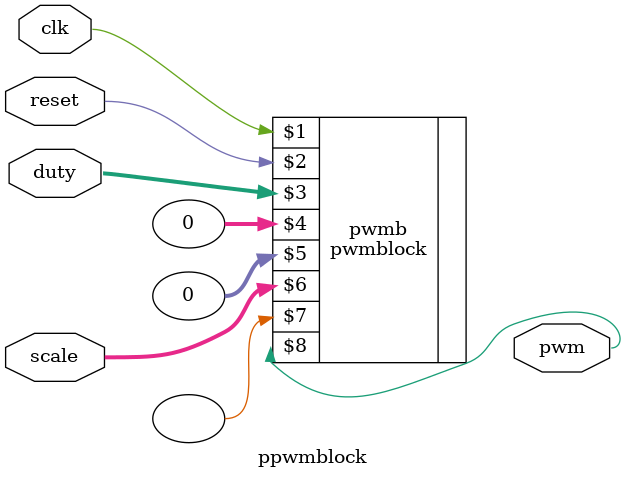
<source format=v>
`default_nettype none
module ppwmblock #(parameter CNT_WIDTH=8, DIV_WIDTH=8)
  (input clk, input reset, input [CNT_WIDTH-1:0] duty, input [DIV_WIDTH-1:0] scale, output pwm);
  pwmblock #(.CNT_WIDTH(CNT_WIDTH), .DIV_WIDTH(DIV_WIDTH)) pwmb(clk,reset,duty,0,0,scale,,pwm);
endmodule

</source>
